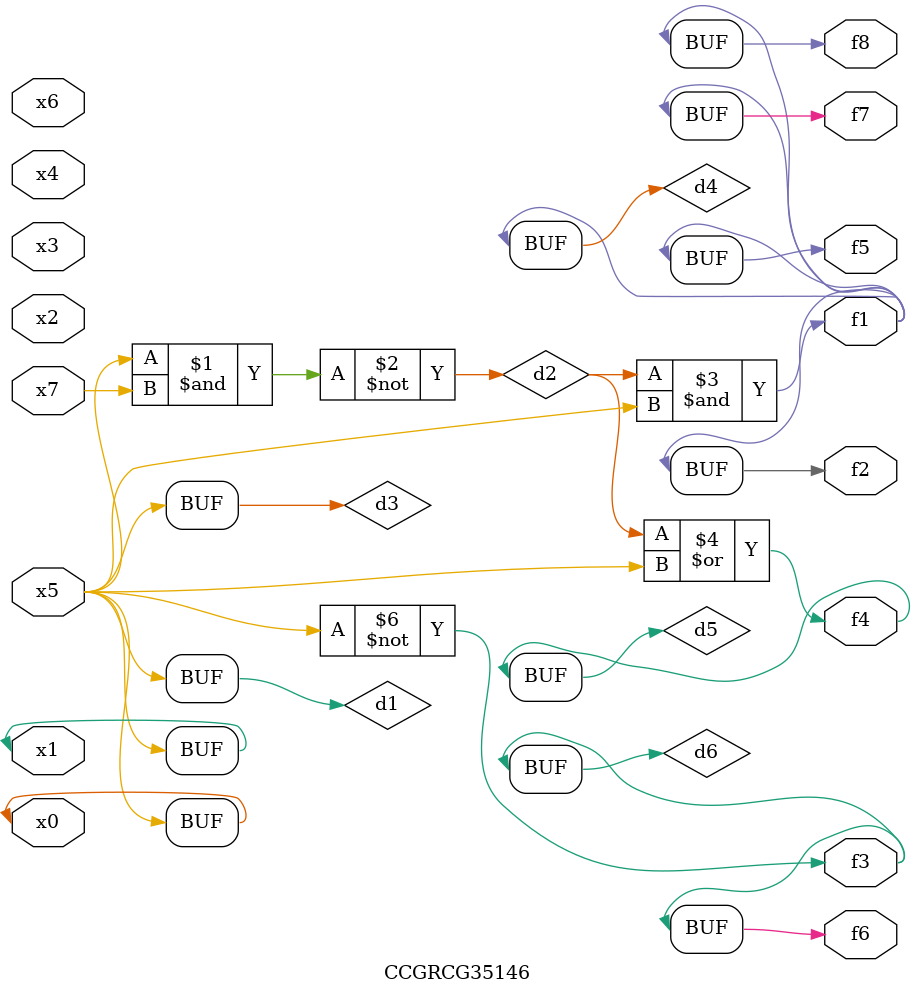
<source format=v>
module CCGRCG35146(
	input x0, x1, x2, x3, x4, x5, x6, x7,
	output f1, f2, f3, f4, f5, f6, f7, f8
);

	wire d1, d2, d3, d4, d5, d6;

	buf (d1, x0, x5);
	nand (d2, x5, x7);
	buf (d3, x0, x1);
	and (d4, d2, d3);
	or (d5, d2, d3);
	nor (d6, d1, d3);
	assign f1 = d4;
	assign f2 = d4;
	assign f3 = d6;
	assign f4 = d5;
	assign f5 = d4;
	assign f6 = d6;
	assign f7 = d4;
	assign f8 = d4;
endmodule

</source>
